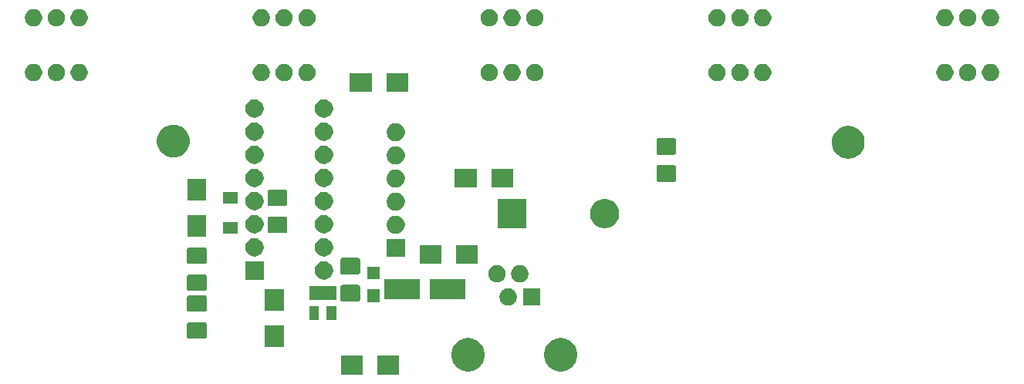
<source format=gbr>
G04 #@! TF.GenerationSoftware,KiCad,Pcbnew,5.1.5-52549c5~84~ubuntu19.10.1*
G04 #@! TF.CreationDate,2020-01-22T18:49:14-06:00*
G04 #@! TF.ProjectId,Timer,54696d65-722e-46b6-9963-61645f706362,rev?*
G04 #@! TF.SameCoordinates,PX93be440PYaa38e78*
G04 #@! TF.FileFunction,Soldermask,Top*
G04 #@! TF.FilePolarity,Negative*
%FSLAX46Y46*%
G04 Gerber Fmt 4.6, Leading zero omitted, Abs format (unit mm)*
G04 Created by KiCad (PCBNEW 5.1.5-52549c5~84~ubuntu19.10.1) date 2020-01-22 18:49:14*
%MOMM*%
%LPD*%
G04 APERTURE LIST*
%ADD10C,0.100000*%
G04 APERTURE END LIST*
D10*
G36*
X-67300000Y2450000D02*
G01*
X-69700000Y2450000D01*
X-69700000Y4550000D01*
X-67300000Y4550000D01*
X-67300000Y2450000D01*
G37*
G36*
X-71300000Y2450000D02*
G01*
X-73700000Y2450000D01*
X-73700000Y4550000D01*
X-71300000Y4550000D01*
X-71300000Y2450000D01*
G37*
G36*
X-59497050Y6420439D02*
G01*
X-59217667Y6364866D01*
X-59080096Y6307882D01*
X-58885540Y6227295D01*
X-58586631Y6027570D01*
X-58332430Y5773369D01*
X-58132705Y5474460D01*
X-57995134Y5142332D01*
X-57925000Y4789748D01*
X-57925000Y4430252D01*
X-57995134Y4077668D01*
X-58132705Y3745540D01*
X-58332430Y3446631D01*
X-58586631Y3192430D01*
X-58885540Y2992705D01*
X-59080096Y2912118D01*
X-59217667Y2855134D01*
X-59393960Y2820067D01*
X-59570252Y2785000D01*
X-59929748Y2785000D01*
X-60106040Y2820067D01*
X-60282333Y2855134D01*
X-60419904Y2912118D01*
X-60614460Y2992705D01*
X-60913369Y3192430D01*
X-61167570Y3446631D01*
X-61367295Y3745540D01*
X-61504866Y4077668D01*
X-61575000Y4430252D01*
X-61575000Y4789748D01*
X-61504866Y5142332D01*
X-61367295Y5474460D01*
X-61167570Y5773369D01*
X-60913369Y6027570D01*
X-60614460Y6227295D01*
X-60419904Y6307882D01*
X-60282333Y6364866D01*
X-60002950Y6420439D01*
X-59929748Y6435000D01*
X-59570252Y6435000D01*
X-59497050Y6420439D01*
G37*
G36*
X-49337050Y6420439D02*
G01*
X-49057667Y6364866D01*
X-48920096Y6307882D01*
X-48725540Y6227295D01*
X-48426631Y6027570D01*
X-48172430Y5773369D01*
X-47972705Y5474460D01*
X-47835134Y5142332D01*
X-47765000Y4789748D01*
X-47765000Y4430252D01*
X-47835134Y4077668D01*
X-47972705Y3745540D01*
X-48172430Y3446631D01*
X-48426631Y3192430D01*
X-48725540Y2992705D01*
X-48920096Y2912118D01*
X-49057667Y2855134D01*
X-49233960Y2820067D01*
X-49410252Y2785000D01*
X-49769748Y2785000D01*
X-49946040Y2820067D01*
X-50122333Y2855134D01*
X-50259904Y2912118D01*
X-50454460Y2992705D01*
X-50753369Y3192430D01*
X-51007570Y3446631D01*
X-51207295Y3745540D01*
X-51344866Y4077668D01*
X-51415000Y4430252D01*
X-51415000Y4789748D01*
X-51344866Y5142332D01*
X-51207295Y5474460D01*
X-51007570Y5773369D01*
X-50753369Y6027570D01*
X-50454460Y6227295D01*
X-50259904Y6307882D01*
X-50122333Y6364866D01*
X-49842950Y6420439D01*
X-49769748Y6435000D01*
X-49410252Y6435000D01*
X-49337050Y6420439D01*
G37*
G36*
X-79976000Y5436000D02*
G01*
X-82076000Y5436000D01*
X-82076000Y7836000D01*
X-79976000Y7836000D01*
X-79976000Y5436000D01*
G37*
G36*
X-88617519Y8169814D02*
G01*
X-88572795Y8156246D01*
X-88531570Y8134211D01*
X-88495439Y8104561D01*
X-88465789Y8068430D01*
X-88443754Y8027205D01*
X-88430186Y7982481D01*
X-88425000Y7929824D01*
X-88425000Y6595176D01*
X-88430186Y6542519D01*
X-88443754Y6497795D01*
X-88465789Y6456570D01*
X-88495439Y6420439D01*
X-88531570Y6390789D01*
X-88572795Y6368754D01*
X-88617519Y6355186D01*
X-88670176Y6350000D01*
X-90329824Y6350000D01*
X-90382481Y6355186D01*
X-90427205Y6368754D01*
X-90468430Y6390789D01*
X-90504561Y6420439D01*
X-90534211Y6456570D01*
X-90556246Y6497795D01*
X-90569814Y6542519D01*
X-90575000Y6595176D01*
X-90575000Y7929824D01*
X-90569814Y7982481D01*
X-90556246Y8027205D01*
X-90534211Y8068430D01*
X-90504561Y8104561D01*
X-90468430Y8134211D01*
X-90427205Y8156246D01*
X-90382481Y8169814D01*
X-90329824Y8175000D01*
X-88670176Y8175000D01*
X-88617519Y8169814D01*
G37*
G36*
X-76117000Y8457000D02*
G01*
X-77167000Y8457000D01*
X-77167000Y9917000D01*
X-76117000Y9917000D01*
X-76117000Y8457000D01*
G37*
G36*
X-74217000Y8457000D02*
G01*
X-75267000Y8457000D01*
X-75267000Y9917000D01*
X-74217000Y9917000D01*
X-74217000Y8457000D01*
G37*
G36*
X-88617519Y11144814D02*
G01*
X-88572795Y11131246D01*
X-88531570Y11109211D01*
X-88495439Y11079561D01*
X-88465789Y11043430D01*
X-88443754Y11002205D01*
X-88430186Y10957481D01*
X-88425000Y10904824D01*
X-88425000Y9570176D01*
X-88430186Y9517519D01*
X-88443754Y9472795D01*
X-88465789Y9431570D01*
X-88495439Y9395439D01*
X-88531570Y9365789D01*
X-88572795Y9343754D01*
X-88617519Y9330186D01*
X-88670176Y9325000D01*
X-90329824Y9325000D01*
X-90382481Y9330186D01*
X-90427205Y9343754D01*
X-90468430Y9365789D01*
X-90504561Y9395439D01*
X-90534211Y9431570D01*
X-90556246Y9472795D01*
X-90569814Y9517519D01*
X-90575000Y9570176D01*
X-90575000Y10904824D01*
X-90569814Y10957481D01*
X-90556246Y11002205D01*
X-90534211Y11043430D01*
X-90504561Y11079561D01*
X-90468430Y11109211D01*
X-90427205Y11131246D01*
X-90382481Y11144814D01*
X-90329824Y11150000D01*
X-88670176Y11150000D01*
X-88617519Y11144814D01*
G37*
G36*
X-79976000Y9436000D02*
G01*
X-82076000Y9436000D01*
X-82076000Y11836000D01*
X-79976000Y11836000D01*
X-79976000Y9436000D01*
G37*
G36*
X-51810000Y10000000D02*
G01*
X-53730000Y10000000D01*
X-53730000Y11920000D01*
X-51810000Y11920000D01*
X-51810000Y10000000D01*
G37*
G36*
X-55152713Y11901554D02*
G01*
X-55059978Y11883108D01*
X-54885269Y11810741D01*
X-54791064Y11747795D01*
X-54728036Y11705681D01*
X-54594319Y11571964D01*
X-54489258Y11414729D01*
X-54416892Y11240021D01*
X-54384974Y11079561D01*
X-54380000Y11054552D01*
X-54380000Y10865448D01*
X-54416892Y10679978D01*
X-54489259Y10505269D01*
X-54594319Y10348036D01*
X-54728036Y10214319D01*
X-54885269Y10109259D01*
X-55059978Y10036892D01*
X-55152713Y10018446D01*
X-55245447Y10000000D01*
X-55434553Y10000000D01*
X-55527287Y10018446D01*
X-55620022Y10036892D01*
X-55794731Y10109259D01*
X-55951964Y10214319D01*
X-56085681Y10348036D01*
X-56190741Y10505269D01*
X-56263108Y10679978D01*
X-56300000Y10865448D01*
X-56300000Y11054552D01*
X-56295025Y11079561D01*
X-56263108Y11240021D01*
X-56190742Y11414729D01*
X-56085681Y11571964D01*
X-55951964Y11705681D01*
X-55888936Y11747795D01*
X-55794731Y11810741D01*
X-55620022Y11883108D01*
X-55527287Y11901554D01*
X-55434553Y11920000D01*
X-55245447Y11920000D01*
X-55152713Y11901554D01*
G37*
G36*
X-69404000Y10369000D02*
G01*
X-70804000Y10369000D01*
X-70804000Y11769000D01*
X-69404000Y11769000D01*
X-69404000Y10369000D01*
G37*
G36*
X-71787519Y12272814D02*
G01*
X-71742795Y12259246D01*
X-71701570Y12237211D01*
X-71665439Y12207561D01*
X-71635789Y12171430D01*
X-71613754Y12130205D01*
X-71600186Y12085481D01*
X-71595000Y12032824D01*
X-71595000Y10698176D01*
X-71600186Y10645519D01*
X-71613754Y10600795D01*
X-71635789Y10559570D01*
X-71665439Y10523439D01*
X-71701570Y10493789D01*
X-71742795Y10471754D01*
X-71787519Y10458186D01*
X-71840176Y10453000D01*
X-73499824Y10453000D01*
X-73552481Y10458186D01*
X-73597205Y10471754D01*
X-73638430Y10493789D01*
X-73674561Y10523439D01*
X-73704211Y10559570D01*
X-73726246Y10600795D01*
X-73739814Y10645519D01*
X-73745000Y10698176D01*
X-73745000Y12032824D01*
X-73739814Y12085481D01*
X-73726246Y12130205D01*
X-73704211Y12171430D01*
X-73674561Y12207561D01*
X-73638430Y12237211D01*
X-73597205Y12259246D01*
X-73552481Y12272814D01*
X-73499824Y12278000D01*
X-71840176Y12278000D01*
X-71787519Y12272814D01*
G37*
G36*
X-74217000Y10657000D02*
G01*
X-77167000Y10657000D01*
X-77167000Y12117000D01*
X-74217000Y12117000D01*
X-74217000Y10657000D01*
G37*
G36*
X-60066000Y10711000D02*
G01*
X-63966000Y10711000D01*
X-63966000Y12911000D01*
X-60066000Y12911000D01*
X-60066000Y10711000D01*
G37*
G36*
X-65066000Y10711000D02*
G01*
X-68966000Y10711000D01*
X-68966000Y12911000D01*
X-65066000Y12911000D01*
X-65066000Y10711000D01*
G37*
G36*
X-88617519Y13419814D02*
G01*
X-88572795Y13406246D01*
X-88531570Y13384211D01*
X-88495439Y13354561D01*
X-88465789Y13318430D01*
X-88443754Y13277205D01*
X-88430186Y13232481D01*
X-88425000Y13179824D01*
X-88425000Y11845176D01*
X-88430186Y11792519D01*
X-88443754Y11747795D01*
X-88465789Y11706570D01*
X-88495439Y11670439D01*
X-88531570Y11640789D01*
X-88572795Y11618754D01*
X-88617519Y11605186D01*
X-88670176Y11600000D01*
X-90329824Y11600000D01*
X-90382481Y11605186D01*
X-90427205Y11618754D01*
X-90468430Y11640789D01*
X-90504561Y11670439D01*
X-90534211Y11706570D01*
X-90556246Y11747795D01*
X-90569814Y11792519D01*
X-90575000Y11845176D01*
X-90575000Y13179824D01*
X-90569814Y13232481D01*
X-90556246Y13277205D01*
X-90534211Y13318430D01*
X-90504561Y13354561D01*
X-90468430Y13384211D01*
X-90427205Y13406246D01*
X-90382481Y13419814D01*
X-90329824Y13425000D01*
X-88670176Y13425000D01*
X-88617519Y13419814D01*
G37*
G36*
X-53882713Y14441554D02*
G01*
X-53789978Y14423108D01*
X-53615269Y14350741D01*
X-53458036Y14245681D01*
X-53324319Y14111964D01*
X-53219259Y13954731D01*
X-53146892Y13780022D01*
X-53110000Y13594552D01*
X-53110000Y13405448D01*
X-53146892Y13219978D01*
X-53219259Y13045269D01*
X-53324319Y12888036D01*
X-53458036Y12754319D01*
X-53615269Y12649259D01*
X-53789978Y12576892D01*
X-53882713Y12558446D01*
X-53975447Y12540000D01*
X-54164553Y12540000D01*
X-54257287Y12558446D01*
X-54350022Y12576892D01*
X-54524731Y12649259D01*
X-54681964Y12754319D01*
X-54815681Y12888036D01*
X-54920741Y13045269D01*
X-54993108Y13219978D01*
X-55030000Y13405448D01*
X-55030000Y13594552D01*
X-54993108Y13780022D01*
X-54920741Y13954731D01*
X-54815681Y14111964D01*
X-54681964Y14245681D01*
X-54524731Y14350741D01*
X-54350022Y14423108D01*
X-54257287Y14441554D01*
X-54164553Y14460000D01*
X-53975447Y14460000D01*
X-53882713Y14441554D01*
G37*
G36*
X-56392713Y14441554D02*
G01*
X-56299978Y14423108D01*
X-56125269Y14350741D01*
X-55968036Y14245681D01*
X-55834319Y14111964D01*
X-55729259Y13954731D01*
X-55656892Y13780022D01*
X-55620000Y13594552D01*
X-55620000Y13405448D01*
X-55656892Y13219978D01*
X-55729259Y13045269D01*
X-55834319Y12888036D01*
X-55968036Y12754319D01*
X-56125269Y12649259D01*
X-56299978Y12576892D01*
X-56392713Y12558446D01*
X-56485447Y12540000D01*
X-56674553Y12540000D01*
X-56767287Y12558446D01*
X-56860022Y12576892D01*
X-57034731Y12649259D01*
X-57191964Y12754319D01*
X-57325681Y12888036D01*
X-57430741Y13045269D01*
X-57503108Y13219978D01*
X-57540000Y13405448D01*
X-57540000Y13594552D01*
X-57503108Y13780022D01*
X-57430741Y13954731D01*
X-57325681Y14111964D01*
X-57191964Y14245681D01*
X-57034731Y14350741D01*
X-56860022Y14423108D01*
X-56767287Y14441554D01*
X-56674553Y14460000D01*
X-56485447Y14460000D01*
X-56392713Y14441554D01*
G37*
G36*
X-75349518Y14832713D02*
G01*
X-75258311Y14814571D01*
X-75076322Y14739189D01*
X-74912537Y14629751D01*
X-74773249Y14490463D01*
X-74663811Y14326678D01*
X-74588429Y14144689D01*
X-74588429Y14144688D01*
X-74550000Y13951493D01*
X-74550000Y13754507D01*
X-74563684Y13685713D01*
X-74588429Y13561311D01*
X-74663811Y13379322D01*
X-74773249Y13215537D01*
X-74912537Y13076249D01*
X-75076322Y12966811D01*
X-75258311Y12891429D01*
X-75322710Y12878619D01*
X-75451507Y12853000D01*
X-75648493Y12853000D01*
X-75777290Y12878619D01*
X-75841689Y12891429D01*
X-76023678Y12966811D01*
X-76187463Y13076249D01*
X-76326751Y13215537D01*
X-76436189Y13379322D01*
X-76511571Y13561311D01*
X-76536316Y13685713D01*
X-76550000Y13754507D01*
X-76550000Y13951493D01*
X-76511571Y14144688D01*
X-76511571Y14144689D01*
X-76436189Y14326678D01*
X-76326751Y14490463D01*
X-76187463Y14629751D01*
X-76023678Y14739189D01*
X-75841689Y14814571D01*
X-75750482Y14832713D01*
X-75648493Y14853000D01*
X-75451507Y14853000D01*
X-75349518Y14832713D01*
G37*
G36*
X-82170000Y12853000D02*
G01*
X-84170000Y12853000D01*
X-84170000Y14853000D01*
X-82170000Y14853000D01*
X-82170000Y12853000D01*
G37*
G36*
X-69404000Y12869000D02*
G01*
X-70804000Y12869000D01*
X-70804000Y14269000D01*
X-69404000Y14269000D01*
X-69404000Y12869000D01*
G37*
G36*
X-71787519Y15247814D02*
G01*
X-71742795Y15234246D01*
X-71701570Y15212211D01*
X-71665439Y15182561D01*
X-71635789Y15146430D01*
X-71613754Y15105205D01*
X-71600186Y15060481D01*
X-71595000Y15007824D01*
X-71595000Y13673176D01*
X-71600186Y13620519D01*
X-71613754Y13575795D01*
X-71635789Y13534570D01*
X-71665439Y13498439D01*
X-71701570Y13468789D01*
X-71742795Y13446754D01*
X-71787519Y13433186D01*
X-71840176Y13428000D01*
X-73499824Y13428000D01*
X-73552481Y13433186D01*
X-73597205Y13446754D01*
X-73638430Y13468789D01*
X-73674561Y13498439D01*
X-73704211Y13534570D01*
X-73726246Y13575795D01*
X-73739814Y13620519D01*
X-73745000Y13673176D01*
X-73745000Y15007824D01*
X-73739814Y15060481D01*
X-73726246Y15105205D01*
X-73704211Y15146430D01*
X-73674561Y15182561D01*
X-73638430Y15212211D01*
X-73597205Y15234246D01*
X-73552481Y15247814D01*
X-73499824Y15253000D01*
X-71840176Y15253000D01*
X-71787519Y15247814D01*
G37*
G36*
X-58649000Y14571000D02*
G01*
X-61049000Y14571000D01*
X-61049000Y16671000D01*
X-58649000Y16671000D01*
X-58649000Y14571000D01*
G37*
G36*
X-62649000Y14571000D02*
G01*
X-65049000Y14571000D01*
X-65049000Y16671000D01*
X-62649000Y16671000D01*
X-62649000Y14571000D01*
G37*
G36*
X-88617519Y16394814D02*
G01*
X-88572795Y16381246D01*
X-88531570Y16359211D01*
X-88495439Y16329561D01*
X-88465789Y16293430D01*
X-88443754Y16252205D01*
X-88430186Y16207481D01*
X-88425000Y16154824D01*
X-88425000Y14820176D01*
X-88430186Y14767519D01*
X-88443754Y14722795D01*
X-88465789Y14681570D01*
X-88495439Y14645439D01*
X-88531570Y14615789D01*
X-88572795Y14593754D01*
X-88617519Y14580186D01*
X-88670176Y14575000D01*
X-90329824Y14575000D01*
X-90382481Y14580186D01*
X-90427205Y14593754D01*
X-90468430Y14615789D01*
X-90504561Y14645439D01*
X-90534211Y14681570D01*
X-90556246Y14722795D01*
X-90569814Y14767519D01*
X-90575000Y14820176D01*
X-90575000Y16154824D01*
X-90569814Y16207481D01*
X-90556246Y16252205D01*
X-90534211Y16293430D01*
X-90504561Y16329561D01*
X-90468430Y16359211D01*
X-90427205Y16381246D01*
X-90382481Y16394814D01*
X-90329824Y16400000D01*
X-88670176Y16400000D01*
X-88617519Y16394814D01*
G37*
G36*
X-66670000Y15353000D02*
G01*
X-68670000Y15353000D01*
X-68670000Y17353000D01*
X-66670000Y17353000D01*
X-66670000Y15353000D01*
G37*
G36*
X-75322710Y17367381D02*
G01*
X-75258311Y17354571D01*
X-75076322Y17279189D01*
X-74912537Y17169751D01*
X-74773249Y17030463D01*
X-74663811Y16866678D01*
X-74588429Y16684689D01*
X-74588429Y16684688D01*
X-74550000Y16491493D01*
X-74550000Y16294507D01*
X-74567311Y16207481D01*
X-74588429Y16101311D01*
X-74663811Y15919322D01*
X-74773249Y15755537D01*
X-74912537Y15616249D01*
X-75076322Y15506811D01*
X-75258311Y15431429D01*
X-75322710Y15418619D01*
X-75451507Y15393000D01*
X-75648493Y15393000D01*
X-75777290Y15418619D01*
X-75841689Y15431429D01*
X-76023678Y15506811D01*
X-76187463Y15616249D01*
X-76326751Y15755537D01*
X-76436189Y15919322D01*
X-76511571Y16101311D01*
X-76532689Y16207481D01*
X-76550000Y16294507D01*
X-76550000Y16491493D01*
X-76511571Y16684688D01*
X-76511571Y16684689D01*
X-76436189Y16866678D01*
X-76326751Y17030463D01*
X-76187463Y17169751D01*
X-76023678Y17279189D01*
X-75841689Y17354571D01*
X-75777290Y17367381D01*
X-75648493Y17393000D01*
X-75451507Y17393000D01*
X-75322710Y17367381D01*
G37*
G36*
X-82942710Y17367381D02*
G01*
X-82878311Y17354571D01*
X-82696322Y17279189D01*
X-82532537Y17169751D01*
X-82393249Y17030463D01*
X-82283811Y16866678D01*
X-82208429Y16684689D01*
X-82208429Y16684688D01*
X-82170000Y16491493D01*
X-82170000Y16294507D01*
X-82187311Y16207481D01*
X-82208429Y16101311D01*
X-82283811Y15919322D01*
X-82393249Y15755537D01*
X-82532537Y15616249D01*
X-82696322Y15506811D01*
X-82878311Y15431429D01*
X-82942710Y15418619D01*
X-83071507Y15393000D01*
X-83268493Y15393000D01*
X-83397290Y15418619D01*
X-83461689Y15431429D01*
X-83643678Y15506811D01*
X-83807463Y15616249D01*
X-83946751Y15755537D01*
X-84056189Y15919322D01*
X-84131571Y16101311D01*
X-84152689Y16207481D01*
X-84170000Y16294507D01*
X-84170000Y16491493D01*
X-84131571Y16684688D01*
X-84131571Y16684689D01*
X-84056189Y16866678D01*
X-83946751Y17030463D01*
X-83807463Y17169751D01*
X-83643678Y17279189D01*
X-83461689Y17354571D01*
X-83397290Y17367381D01*
X-83268493Y17393000D01*
X-83071507Y17393000D01*
X-82942710Y17367381D01*
G37*
G36*
X-88450000Y17550000D02*
G01*
X-90550000Y17550000D01*
X-90550000Y19950000D01*
X-88450000Y19950000D01*
X-88450000Y17550000D01*
G37*
G36*
X-67442710Y19867381D02*
G01*
X-67378311Y19854571D01*
X-67196322Y19779189D01*
X-67032537Y19669751D01*
X-66893249Y19530463D01*
X-66783811Y19366678D01*
X-66708429Y19184689D01*
X-66670000Y18991491D01*
X-66670000Y18794509D01*
X-66708429Y18601311D01*
X-66783811Y18419322D01*
X-66893249Y18255537D01*
X-67032537Y18116249D01*
X-67196322Y18006811D01*
X-67378311Y17931429D01*
X-67442710Y17918619D01*
X-67571507Y17893000D01*
X-67768493Y17893000D01*
X-67897290Y17918619D01*
X-67961689Y17931429D01*
X-68143678Y18006811D01*
X-68307463Y18116249D01*
X-68446751Y18255537D01*
X-68556189Y18419322D01*
X-68631571Y18601311D01*
X-68670000Y18794509D01*
X-68670000Y18991491D01*
X-68631571Y19184689D01*
X-68556189Y19366678D01*
X-68446751Y19530463D01*
X-68307463Y19669751D01*
X-68143678Y19779189D01*
X-67961689Y19854571D01*
X-67897290Y19867381D01*
X-67768493Y19893000D01*
X-67571507Y19893000D01*
X-67442710Y19867381D01*
G37*
G36*
X-85052000Y17893000D02*
G01*
X-86652000Y17893000D01*
X-86652000Y19193000D01*
X-85052000Y19193000D01*
X-85052000Y17893000D01*
G37*
G36*
X-75322710Y19907381D02*
G01*
X-75258311Y19894571D01*
X-75076322Y19819189D01*
X-74912537Y19709751D01*
X-74773249Y19570463D01*
X-74663811Y19406678D01*
X-74588429Y19224689D01*
X-74588429Y19224688D01*
X-74560257Y19083060D01*
X-74550000Y19031491D01*
X-74550000Y18834509D01*
X-74588429Y18641311D01*
X-74663811Y18459322D01*
X-74773249Y18295537D01*
X-74912537Y18156249D01*
X-75076322Y18046811D01*
X-75258311Y17971429D01*
X-75320032Y17959152D01*
X-75451507Y17933000D01*
X-75648493Y17933000D01*
X-75779968Y17959152D01*
X-75841689Y17971429D01*
X-76023678Y18046811D01*
X-76187463Y18156249D01*
X-76326751Y18295537D01*
X-76436189Y18459322D01*
X-76511571Y18641311D01*
X-76550000Y18834509D01*
X-76550000Y19031491D01*
X-76539742Y19083060D01*
X-76511571Y19224688D01*
X-76511571Y19224689D01*
X-76436189Y19406678D01*
X-76326751Y19570463D01*
X-76187463Y19709751D01*
X-76023678Y19819189D01*
X-75841689Y19894571D01*
X-75777290Y19907381D01*
X-75648493Y19933000D01*
X-75451507Y19933000D01*
X-75322710Y19907381D01*
G37*
G36*
X-82942710Y19907381D02*
G01*
X-82878311Y19894571D01*
X-82696322Y19819189D01*
X-82532537Y19709751D01*
X-82393249Y19570463D01*
X-82283811Y19406678D01*
X-82208429Y19224689D01*
X-82208429Y19224688D01*
X-82180257Y19083060D01*
X-82170000Y19031491D01*
X-82170000Y18834509D01*
X-82208429Y18641311D01*
X-82283811Y18459322D01*
X-82393249Y18295537D01*
X-82532537Y18156249D01*
X-82696322Y18046811D01*
X-82878311Y17971429D01*
X-82940032Y17959152D01*
X-83071507Y17933000D01*
X-83268493Y17933000D01*
X-83399968Y17959152D01*
X-83461689Y17971429D01*
X-83643678Y18046811D01*
X-83807463Y18156249D01*
X-83946751Y18295537D01*
X-84056189Y18459322D01*
X-84131571Y18641311D01*
X-84170000Y18834509D01*
X-84170000Y19031491D01*
X-84159742Y19083060D01*
X-84131571Y19224688D01*
X-84131571Y19224689D01*
X-84056189Y19406678D01*
X-83946751Y19570463D01*
X-83807463Y19709751D01*
X-83643678Y19819189D01*
X-83461689Y19894571D01*
X-83397290Y19907381D01*
X-83268493Y19933000D01*
X-83071507Y19933000D01*
X-82942710Y19907381D01*
G37*
G36*
X-79787519Y19772814D02*
G01*
X-79742795Y19759246D01*
X-79701570Y19737211D01*
X-79665439Y19707561D01*
X-79635789Y19671430D01*
X-79613754Y19630205D01*
X-79600186Y19585481D01*
X-79595000Y19532824D01*
X-79595000Y18198176D01*
X-79600186Y18145519D01*
X-79613754Y18100795D01*
X-79635789Y18059570D01*
X-79665439Y18023439D01*
X-79701570Y17993789D01*
X-79742795Y17971754D01*
X-79787519Y17958186D01*
X-79840176Y17953000D01*
X-81499824Y17953000D01*
X-81552481Y17958186D01*
X-81597205Y17971754D01*
X-81638430Y17993789D01*
X-81674561Y18023439D01*
X-81704211Y18059570D01*
X-81726246Y18100795D01*
X-81739814Y18145519D01*
X-81745000Y18198176D01*
X-81745000Y19532824D01*
X-81739814Y19585481D01*
X-81726246Y19630205D01*
X-81704211Y19671430D01*
X-81674561Y19707561D01*
X-81638430Y19737211D01*
X-81597205Y19759246D01*
X-81552481Y19772814D01*
X-81499824Y19778000D01*
X-79840176Y19778000D01*
X-79787519Y19772814D01*
G37*
G36*
X-53320000Y18503000D02*
G01*
X-56520000Y18503000D01*
X-56520000Y21703000D01*
X-53320000Y21703000D01*
X-53320000Y18503000D01*
G37*
G36*
X-44293297Y21641514D02*
G01*
X-44002117Y21520903D01*
X-43740060Y21345802D01*
X-43517198Y21122940D01*
X-43342097Y20860883D01*
X-43221486Y20569703D01*
X-43160000Y20260588D01*
X-43160000Y19945412D01*
X-43221486Y19636297D01*
X-43342097Y19345117D01*
X-43517198Y19083060D01*
X-43740060Y18860198D01*
X-44002117Y18685097D01*
X-44293297Y18564486D01*
X-44602412Y18503000D01*
X-44917588Y18503000D01*
X-45226703Y18564486D01*
X-45517883Y18685097D01*
X-45779940Y18860198D01*
X-46002802Y19083060D01*
X-46177903Y19345117D01*
X-46298514Y19636297D01*
X-46360000Y19945412D01*
X-46360000Y20260588D01*
X-46298514Y20569703D01*
X-46177903Y20860883D01*
X-46002802Y21122940D01*
X-45779940Y21345802D01*
X-45517883Y21520903D01*
X-45226703Y21641514D01*
X-44917588Y21703000D01*
X-44602412Y21703000D01*
X-44293297Y21641514D01*
G37*
G36*
X-67442710Y22407381D02*
G01*
X-67378311Y22394571D01*
X-67196322Y22319189D01*
X-67032537Y22209751D01*
X-66893249Y22070463D01*
X-66783811Y21906678D01*
X-66708429Y21724689D01*
X-66708429Y21724688D01*
X-66673681Y21550000D01*
X-66670000Y21531491D01*
X-66670000Y21334509D01*
X-66708429Y21141311D01*
X-66783811Y20959322D01*
X-66893249Y20795537D01*
X-67032537Y20656249D01*
X-67196322Y20546811D01*
X-67378311Y20471429D01*
X-67442710Y20458619D01*
X-67571507Y20433000D01*
X-67768493Y20433000D01*
X-67897290Y20458619D01*
X-67961689Y20471429D01*
X-68143678Y20546811D01*
X-68307463Y20656249D01*
X-68446751Y20795537D01*
X-68556189Y20959322D01*
X-68631571Y21141311D01*
X-68670000Y21334509D01*
X-68670000Y21531491D01*
X-68666318Y21550000D01*
X-68631571Y21724688D01*
X-68631571Y21724689D01*
X-68556189Y21906678D01*
X-68446751Y22070463D01*
X-68307463Y22209751D01*
X-68143678Y22319189D01*
X-67961689Y22394571D01*
X-67897290Y22407381D01*
X-67768493Y22433000D01*
X-67571507Y22433000D01*
X-67442710Y22407381D01*
G37*
G36*
X-82942710Y22447381D02*
G01*
X-82878311Y22434571D01*
X-82696322Y22359189D01*
X-82532537Y22249751D01*
X-82393249Y22110463D01*
X-82283811Y21946678D01*
X-82208429Y21764689D01*
X-82170000Y21571491D01*
X-82170000Y21374509D01*
X-82208429Y21181311D01*
X-82283811Y20999322D01*
X-82393249Y20835537D01*
X-82532537Y20696249D01*
X-82696322Y20586811D01*
X-82878311Y20511429D01*
X-82942710Y20498619D01*
X-83071507Y20473000D01*
X-83268493Y20473000D01*
X-83397290Y20498619D01*
X-83461689Y20511429D01*
X-83643678Y20586811D01*
X-83807463Y20696249D01*
X-83946751Y20835537D01*
X-84056189Y20999322D01*
X-84131571Y21181311D01*
X-84170000Y21374509D01*
X-84170000Y21571491D01*
X-84131571Y21764689D01*
X-84056189Y21946678D01*
X-83946751Y22110463D01*
X-83807463Y22249751D01*
X-83643678Y22359189D01*
X-83461689Y22434571D01*
X-83397290Y22447381D01*
X-83268493Y22473000D01*
X-83071507Y22473000D01*
X-82942710Y22447381D01*
G37*
G36*
X-75322710Y22447381D02*
G01*
X-75258311Y22434571D01*
X-75076322Y22359189D01*
X-74912537Y22249751D01*
X-74773249Y22110463D01*
X-74663811Y21946678D01*
X-74588429Y21764689D01*
X-74550000Y21571491D01*
X-74550000Y21374509D01*
X-74588429Y21181311D01*
X-74663811Y20999322D01*
X-74773249Y20835537D01*
X-74912537Y20696249D01*
X-75076322Y20586811D01*
X-75258311Y20511429D01*
X-75322710Y20498619D01*
X-75451507Y20473000D01*
X-75648493Y20473000D01*
X-75777290Y20498619D01*
X-75841689Y20511429D01*
X-76023678Y20586811D01*
X-76187463Y20696249D01*
X-76326751Y20835537D01*
X-76436189Y20999322D01*
X-76511571Y21181311D01*
X-76550000Y21374509D01*
X-76550000Y21571491D01*
X-76511571Y21764689D01*
X-76436189Y21946678D01*
X-76326751Y22110463D01*
X-76187463Y22249751D01*
X-76023678Y22359189D01*
X-75841689Y22434571D01*
X-75777290Y22447381D01*
X-75648493Y22473000D01*
X-75451507Y22473000D01*
X-75322710Y22447381D01*
G37*
G36*
X-79787519Y22747814D02*
G01*
X-79742795Y22734246D01*
X-79701570Y22712211D01*
X-79665439Y22682561D01*
X-79635789Y22646430D01*
X-79613754Y22605205D01*
X-79600186Y22560481D01*
X-79595000Y22507824D01*
X-79595000Y21173176D01*
X-79600186Y21120519D01*
X-79613754Y21075795D01*
X-79635789Y21034570D01*
X-79665439Y20998439D01*
X-79701570Y20968789D01*
X-79742795Y20946754D01*
X-79787519Y20933186D01*
X-79840176Y20928000D01*
X-81499824Y20928000D01*
X-81552481Y20933186D01*
X-81597205Y20946754D01*
X-81638430Y20968789D01*
X-81674561Y20998439D01*
X-81704211Y21034570D01*
X-81726246Y21075795D01*
X-81739814Y21120519D01*
X-81745000Y21173176D01*
X-81745000Y22507824D01*
X-81739814Y22560481D01*
X-81726246Y22605205D01*
X-81704211Y22646430D01*
X-81674561Y22682561D01*
X-81638430Y22712211D01*
X-81597205Y22734246D01*
X-81552481Y22747814D01*
X-81499824Y22753000D01*
X-79840176Y22753000D01*
X-79787519Y22747814D01*
G37*
G36*
X-85052000Y21193000D02*
G01*
X-86652000Y21193000D01*
X-86652000Y22493000D01*
X-85052000Y22493000D01*
X-85052000Y21193000D01*
G37*
G36*
X-88450000Y21550000D02*
G01*
X-90550000Y21550000D01*
X-90550000Y23950000D01*
X-88450000Y23950000D01*
X-88450000Y21550000D01*
G37*
G36*
X-58800000Y22950000D02*
G01*
X-61200000Y22950000D01*
X-61200000Y25050000D01*
X-58800000Y25050000D01*
X-58800000Y22950000D01*
G37*
G36*
X-54800000Y22950000D02*
G01*
X-57200000Y22950000D01*
X-57200000Y25050000D01*
X-54800000Y25050000D01*
X-54800000Y22950000D01*
G37*
G36*
X-67442710Y24947381D02*
G01*
X-67378311Y24934571D01*
X-67196322Y24859189D01*
X-67032537Y24749751D01*
X-66893249Y24610463D01*
X-66783811Y24446678D01*
X-66708429Y24264689D01*
X-66708429Y24264688D01*
X-66670000Y24071493D01*
X-66670000Y23874507D01*
X-66695205Y23747795D01*
X-66708429Y23681311D01*
X-66783811Y23499322D01*
X-66893249Y23335537D01*
X-67032537Y23196249D01*
X-67196322Y23086811D01*
X-67378311Y23011429D01*
X-67442710Y22998619D01*
X-67571507Y22973000D01*
X-67768493Y22973000D01*
X-67897290Y22998619D01*
X-67961689Y23011429D01*
X-68143678Y23086811D01*
X-68307463Y23196249D01*
X-68446751Y23335537D01*
X-68556189Y23499322D01*
X-68631571Y23681311D01*
X-68644795Y23747795D01*
X-68670000Y23874507D01*
X-68670000Y24071493D01*
X-68631571Y24264688D01*
X-68631571Y24264689D01*
X-68556189Y24446678D01*
X-68446751Y24610463D01*
X-68307463Y24749751D01*
X-68143678Y24859189D01*
X-67961689Y24934571D01*
X-67897290Y24947381D01*
X-67768493Y24973000D01*
X-67571507Y24973000D01*
X-67442710Y24947381D01*
G37*
G36*
X-75322710Y24987381D02*
G01*
X-75258311Y24974571D01*
X-75076322Y24899189D01*
X-74912537Y24789751D01*
X-74773249Y24650463D01*
X-74663811Y24486678D01*
X-74588429Y24304689D01*
X-74550000Y24111491D01*
X-74550000Y23914509D01*
X-74588429Y23721311D01*
X-74663811Y23539322D01*
X-74773249Y23375537D01*
X-74912537Y23236249D01*
X-75076322Y23126811D01*
X-75258311Y23051429D01*
X-75322710Y23038619D01*
X-75451507Y23013000D01*
X-75648493Y23013000D01*
X-75777290Y23038619D01*
X-75841689Y23051429D01*
X-76023678Y23126811D01*
X-76187463Y23236249D01*
X-76326751Y23375537D01*
X-76436189Y23539322D01*
X-76511571Y23721311D01*
X-76550000Y23914509D01*
X-76550000Y24111491D01*
X-76511571Y24304689D01*
X-76436189Y24486678D01*
X-76326751Y24650463D01*
X-76187463Y24789751D01*
X-76023678Y24899189D01*
X-75841689Y24974571D01*
X-75777290Y24987381D01*
X-75648493Y25013000D01*
X-75451507Y25013000D01*
X-75322710Y24987381D01*
G37*
G36*
X-82942710Y24987381D02*
G01*
X-82878311Y24974571D01*
X-82696322Y24899189D01*
X-82532537Y24789751D01*
X-82393249Y24650463D01*
X-82283811Y24486678D01*
X-82208429Y24304689D01*
X-82170000Y24111491D01*
X-82170000Y23914509D01*
X-82208429Y23721311D01*
X-82283811Y23539322D01*
X-82393249Y23375537D01*
X-82532537Y23236249D01*
X-82696322Y23126811D01*
X-82878311Y23051429D01*
X-82942710Y23038619D01*
X-83071507Y23013000D01*
X-83268493Y23013000D01*
X-83397290Y23038619D01*
X-83461689Y23051429D01*
X-83643678Y23126811D01*
X-83807463Y23236249D01*
X-83946751Y23375537D01*
X-84056189Y23539322D01*
X-84131571Y23721311D01*
X-84170000Y23914509D01*
X-84170000Y24111491D01*
X-84131571Y24304689D01*
X-84056189Y24486678D01*
X-83946751Y24650463D01*
X-83807463Y24789751D01*
X-83643678Y24899189D01*
X-83461689Y24974571D01*
X-83397290Y24987381D01*
X-83268493Y25013000D01*
X-83071507Y25013000D01*
X-82942710Y24987381D01*
G37*
G36*
X-37117519Y25419814D02*
G01*
X-37072795Y25406246D01*
X-37031570Y25384211D01*
X-36995439Y25354561D01*
X-36965789Y25318430D01*
X-36943754Y25277205D01*
X-36930186Y25232481D01*
X-36925000Y25179824D01*
X-36925000Y23845176D01*
X-36930186Y23792519D01*
X-36943754Y23747795D01*
X-36965789Y23706570D01*
X-36995439Y23670439D01*
X-37031570Y23640789D01*
X-37072795Y23618754D01*
X-37117519Y23605186D01*
X-37170176Y23600000D01*
X-38829824Y23600000D01*
X-38882481Y23605186D01*
X-38927205Y23618754D01*
X-38968430Y23640789D01*
X-39004561Y23670439D01*
X-39034211Y23706570D01*
X-39056246Y23747795D01*
X-39069814Y23792519D01*
X-39075000Y23845176D01*
X-39075000Y25179824D01*
X-39069814Y25232481D01*
X-39056246Y25277205D01*
X-39034211Y25318430D01*
X-39004561Y25354561D01*
X-38968430Y25384211D01*
X-38927205Y25406246D01*
X-38882481Y25419814D01*
X-38829824Y25425000D01*
X-37170176Y25425000D01*
X-37117519Y25419814D01*
G37*
G36*
X-67442710Y27487381D02*
G01*
X-67378311Y27474571D01*
X-67196322Y27399189D01*
X-67032537Y27289751D01*
X-66893249Y27150463D01*
X-66783811Y26986678D01*
X-66720037Y26832713D01*
X-66708429Y26804688D01*
X-66670000Y26611493D01*
X-66670000Y26414507D01*
X-66683854Y26344860D01*
X-66708429Y26221311D01*
X-66783811Y26039322D01*
X-66893249Y25875537D01*
X-67032537Y25736249D01*
X-67196322Y25626811D01*
X-67378311Y25551429D01*
X-67442710Y25538619D01*
X-67571507Y25513000D01*
X-67768493Y25513000D01*
X-67897290Y25538619D01*
X-67961689Y25551429D01*
X-68143678Y25626811D01*
X-68307463Y25736249D01*
X-68446751Y25875537D01*
X-68556189Y26039322D01*
X-68631571Y26221311D01*
X-68656146Y26344860D01*
X-68670000Y26414507D01*
X-68670000Y26611493D01*
X-68631571Y26804688D01*
X-68619963Y26832713D01*
X-68556189Y26986678D01*
X-68446751Y27150463D01*
X-68307463Y27289751D01*
X-68143678Y27399189D01*
X-67961689Y27474571D01*
X-67897290Y27487381D01*
X-67768493Y27513000D01*
X-67571507Y27513000D01*
X-67442710Y27487381D01*
G37*
G36*
X-82942710Y27527381D02*
G01*
X-82878311Y27514571D01*
X-82696322Y27439189D01*
X-82532537Y27329751D01*
X-82393249Y27190463D01*
X-82283811Y27026678D01*
X-82208429Y26844689D01*
X-82208429Y26844688D01*
X-82173452Y26668849D01*
X-82170000Y26651491D01*
X-82170000Y26454509D01*
X-82208429Y26261311D01*
X-82283811Y26079322D01*
X-82393249Y25915537D01*
X-82532537Y25776249D01*
X-82696322Y25666811D01*
X-82878311Y25591429D01*
X-82942710Y25578619D01*
X-83071507Y25553000D01*
X-83268493Y25553000D01*
X-83397290Y25578619D01*
X-83461689Y25591429D01*
X-83643678Y25666811D01*
X-83807463Y25776249D01*
X-83946751Y25915537D01*
X-84056189Y26079322D01*
X-84131571Y26261311D01*
X-84170000Y26454509D01*
X-84170000Y26651491D01*
X-84166547Y26668849D01*
X-84131571Y26844688D01*
X-84131571Y26844689D01*
X-84056189Y27026678D01*
X-83946751Y27190463D01*
X-83807463Y27329751D01*
X-83643678Y27439189D01*
X-83461689Y27514571D01*
X-83397290Y27527381D01*
X-83268493Y27553000D01*
X-83071507Y27553000D01*
X-82942710Y27527381D01*
G37*
G36*
X-75322710Y27527381D02*
G01*
X-75258311Y27514571D01*
X-75076322Y27439189D01*
X-74912537Y27329751D01*
X-74773249Y27190463D01*
X-74663811Y27026678D01*
X-74588429Y26844689D01*
X-74588429Y26844688D01*
X-74553452Y26668849D01*
X-74550000Y26651491D01*
X-74550000Y26454509D01*
X-74588429Y26261311D01*
X-74663811Y26079322D01*
X-74773249Y25915537D01*
X-74912537Y25776249D01*
X-75076322Y25666811D01*
X-75258311Y25591429D01*
X-75322710Y25578619D01*
X-75451507Y25553000D01*
X-75648493Y25553000D01*
X-75777290Y25578619D01*
X-75841689Y25591429D01*
X-76023678Y25666811D01*
X-76187463Y25776249D01*
X-76326751Y25915537D01*
X-76436189Y26079322D01*
X-76511571Y26261311D01*
X-76550000Y26454509D01*
X-76550000Y26651491D01*
X-76546547Y26668849D01*
X-76511571Y26844688D01*
X-76511571Y26844689D01*
X-76436189Y27026678D01*
X-76326751Y27190463D01*
X-76187463Y27329751D01*
X-76023678Y27439189D01*
X-75841689Y27514571D01*
X-75777290Y27527381D01*
X-75648493Y27553000D01*
X-75451507Y27553000D01*
X-75322710Y27527381D01*
G37*
G36*
X-17682837Y29705413D02*
G01*
X-17508959Y29670827D01*
X-17181380Y29535139D01*
X-16886567Y29338151D01*
X-16635849Y29087433D01*
X-16438861Y28792620D01*
X-16303173Y28465041D01*
X-16273577Y28316249D01*
X-16236813Y28131429D01*
X-16234000Y28117284D01*
X-16234000Y27762716D01*
X-16303173Y27414959D01*
X-16438861Y27087380D01*
X-16635849Y26792567D01*
X-16886567Y26541849D01*
X-17181380Y26344861D01*
X-17181381Y26344860D01*
X-17181382Y26344860D01*
X-17237585Y26321580D01*
X-17508959Y26209173D01*
X-17682837Y26174587D01*
X-17856714Y26140000D01*
X-18211286Y26140000D01*
X-18385163Y26174587D01*
X-18559041Y26209173D01*
X-18830415Y26321580D01*
X-18886618Y26344860D01*
X-18886619Y26344860D01*
X-18886620Y26344861D01*
X-19181433Y26541849D01*
X-19432151Y26792567D01*
X-19629139Y27087380D01*
X-19764827Y27414959D01*
X-19834000Y27762716D01*
X-19834000Y28117284D01*
X-19831186Y28131429D01*
X-19794423Y28316249D01*
X-19764827Y28465041D01*
X-19629139Y28792620D01*
X-19432151Y29087433D01*
X-19181433Y29338151D01*
X-18886620Y29535139D01*
X-18559041Y29670827D01*
X-18385163Y29705413D01*
X-18211286Y29740000D01*
X-17856714Y29740000D01*
X-17682837Y29705413D01*
G37*
G36*
X-91723837Y29832413D02*
G01*
X-91549959Y29797827D01*
X-91290760Y29690463D01*
X-91243354Y29670827D01*
X-91222380Y29662139D01*
X-90927567Y29465151D01*
X-90676849Y29214433D01*
X-90479861Y28919620D01*
X-90344173Y28592041D01*
X-90341643Y28579322D01*
X-90276575Y28252205D01*
X-90275000Y28244284D01*
X-90275000Y27889716D01*
X-90344173Y27541959D01*
X-90479861Y27214380D01*
X-90676849Y26919567D01*
X-90927567Y26668849D01*
X-91222380Y26471861D01*
X-91549959Y26336173D01*
X-91723837Y26301587D01*
X-91897714Y26267000D01*
X-92252286Y26267000D01*
X-92426163Y26301587D01*
X-92600041Y26336173D01*
X-92927620Y26471861D01*
X-93222433Y26668849D01*
X-93473151Y26919567D01*
X-93670139Y27214380D01*
X-93805827Y27541959D01*
X-93875000Y27889716D01*
X-93875000Y28244284D01*
X-93873424Y28252205D01*
X-93808357Y28579322D01*
X-93805827Y28592041D01*
X-93670139Y28919620D01*
X-93473151Y29214433D01*
X-93222433Y29465151D01*
X-92927620Y29662139D01*
X-92906645Y29670827D01*
X-92859240Y29690463D01*
X-92600041Y29797827D01*
X-92426163Y29832413D01*
X-92252286Y29867000D01*
X-91897714Y29867000D01*
X-91723837Y29832413D01*
G37*
G36*
X-37117519Y28394814D02*
G01*
X-37072795Y28381246D01*
X-37031570Y28359211D01*
X-36995439Y28329561D01*
X-36965789Y28293430D01*
X-36943754Y28252205D01*
X-36930186Y28207481D01*
X-36925000Y28154824D01*
X-36925000Y26820176D01*
X-36930186Y26767519D01*
X-36943754Y26722795D01*
X-36965789Y26681570D01*
X-36995439Y26645439D01*
X-37031570Y26615789D01*
X-37072795Y26593754D01*
X-37117519Y26580186D01*
X-37170176Y26575000D01*
X-38829824Y26575000D01*
X-38882481Y26580186D01*
X-38927205Y26593754D01*
X-38968430Y26615789D01*
X-39004561Y26645439D01*
X-39034211Y26681570D01*
X-39056246Y26722795D01*
X-39069814Y26767519D01*
X-39075000Y26820176D01*
X-39075000Y28154824D01*
X-39069814Y28207481D01*
X-39056246Y28252205D01*
X-39034211Y28293430D01*
X-39004561Y28329561D01*
X-38968430Y28359211D01*
X-38927205Y28381246D01*
X-38882481Y28394814D01*
X-38829824Y28400000D01*
X-37170176Y28400000D01*
X-37117519Y28394814D01*
G37*
G36*
X-67442710Y30027381D02*
G01*
X-67378311Y30014571D01*
X-67196322Y29939189D01*
X-67032537Y29829751D01*
X-66893249Y29690463D01*
X-66783811Y29526678D01*
X-66708429Y29344689D01*
X-66708429Y29344688D01*
X-66670000Y29151493D01*
X-66670000Y28954507D01*
X-66676940Y28919618D01*
X-66708429Y28761311D01*
X-66783811Y28579322D01*
X-66893249Y28415537D01*
X-67032537Y28276249D01*
X-67196322Y28166811D01*
X-67378311Y28091429D01*
X-67436654Y28079824D01*
X-67571507Y28053000D01*
X-67768493Y28053000D01*
X-67903346Y28079824D01*
X-67961689Y28091429D01*
X-68143678Y28166811D01*
X-68307463Y28276249D01*
X-68446751Y28415537D01*
X-68556189Y28579322D01*
X-68631571Y28761311D01*
X-68663060Y28919618D01*
X-68670000Y28954507D01*
X-68670000Y29151493D01*
X-68631571Y29344688D01*
X-68631571Y29344689D01*
X-68556189Y29526678D01*
X-68446751Y29690463D01*
X-68307463Y29829751D01*
X-68143678Y29939189D01*
X-67961689Y30014571D01*
X-67897290Y30027381D01*
X-67768493Y30053000D01*
X-67571507Y30053000D01*
X-67442710Y30027381D01*
G37*
G36*
X-75322710Y30067381D02*
G01*
X-75258311Y30054571D01*
X-75076322Y29979189D01*
X-74912537Y29869751D01*
X-74773249Y29730463D01*
X-74663811Y29566678D01*
X-74588429Y29384689D01*
X-74588429Y29384688D01*
X-74550000Y29191493D01*
X-74550000Y28994507D01*
X-74575619Y28865710D01*
X-74588429Y28801311D01*
X-74663811Y28619322D01*
X-74773249Y28455537D01*
X-74912537Y28316249D01*
X-75076322Y28206811D01*
X-75258311Y28131429D01*
X-75322710Y28118619D01*
X-75451507Y28093000D01*
X-75648493Y28093000D01*
X-75777290Y28118619D01*
X-75841689Y28131429D01*
X-76023678Y28206811D01*
X-76187463Y28316249D01*
X-76326751Y28455537D01*
X-76436189Y28619322D01*
X-76511571Y28801311D01*
X-76524381Y28865710D01*
X-76550000Y28994507D01*
X-76550000Y29191493D01*
X-76511571Y29384688D01*
X-76511571Y29384689D01*
X-76436189Y29566678D01*
X-76326751Y29730463D01*
X-76187463Y29869751D01*
X-76023678Y29979189D01*
X-75841689Y30054571D01*
X-75777290Y30067381D01*
X-75648493Y30093000D01*
X-75451507Y30093000D01*
X-75322710Y30067381D01*
G37*
G36*
X-82942710Y30067381D02*
G01*
X-82878311Y30054571D01*
X-82696322Y29979189D01*
X-82532537Y29869751D01*
X-82393249Y29730463D01*
X-82283811Y29566678D01*
X-82208429Y29384689D01*
X-82208429Y29384688D01*
X-82170000Y29191493D01*
X-82170000Y28994507D01*
X-82195619Y28865710D01*
X-82208429Y28801311D01*
X-82283811Y28619322D01*
X-82393249Y28455537D01*
X-82532537Y28316249D01*
X-82696322Y28206811D01*
X-82878311Y28131429D01*
X-82942710Y28118619D01*
X-83071507Y28093000D01*
X-83268493Y28093000D01*
X-83397290Y28118619D01*
X-83461689Y28131429D01*
X-83643678Y28206811D01*
X-83807463Y28316249D01*
X-83946751Y28455537D01*
X-84056189Y28619322D01*
X-84131571Y28801311D01*
X-84144381Y28865710D01*
X-84170000Y28994507D01*
X-84170000Y29191493D01*
X-84131571Y29384688D01*
X-84131571Y29384689D01*
X-84056189Y29566678D01*
X-83946751Y29730463D01*
X-83807463Y29869751D01*
X-83643678Y29979189D01*
X-83461689Y30054571D01*
X-83397290Y30067381D01*
X-83268493Y30093000D01*
X-83071507Y30093000D01*
X-82942710Y30067381D01*
G37*
G36*
X-82942710Y32607381D02*
G01*
X-82878311Y32594571D01*
X-82696322Y32519189D01*
X-82532537Y32409751D01*
X-82393249Y32270463D01*
X-82283811Y32106678D01*
X-82208429Y31924689D01*
X-82170000Y31731491D01*
X-82170000Y31534509D01*
X-82208429Y31341311D01*
X-82283811Y31159322D01*
X-82393249Y30995537D01*
X-82532537Y30856249D01*
X-82696322Y30746811D01*
X-82878311Y30671429D01*
X-82942710Y30658619D01*
X-83071507Y30633000D01*
X-83268493Y30633000D01*
X-83397290Y30658619D01*
X-83461689Y30671429D01*
X-83643678Y30746811D01*
X-83807463Y30856249D01*
X-83946751Y30995537D01*
X-84056189Y31159322D01*
X-84131571Y31341311D01*
X-84170000Y31534509D01*
X-84170000Y31731491D01*
X-84131571Y31924689D01*
X-84056189Y32106678D01*
X-83946751Y32270463D01*
X-83807463Y32409751D01*
X-83643678Y32519189D01*
X-83461689Y32594571D01*
X-83397290Y32607381D01*
X-83268493Y32633000D01*
X-83071507Y32633000D01*
X-82942710Y32607381D01*
G37*
G36*
X-75322710Y32607381D02*
G01*
X-75258311Y32594571D01*
X-75076322Y32519189D01*
X-74912537Y32409751D01*
X-74773249Y32270463D01*
X-74663811Y32106678D01*
X-74588429Y31924689D01*
X-74550000Y31731491D01*
X-74550000Y31534509D01*
X-74588429Y31341311D01*
X-74663811Y31159322D01*
X-74773249Y30995537D01*
X-74912537Y30856249D01*
X-75076322Y30746811D01*
X-75258311Y30671429D01*
X-75322710Y30658619D01*
X-75451507Y30633000D01*
X-75648493Y30633000D01*
X-75777290Y30658619D01*
X-75841689Y30671429D01*
X-76023678Y30746811D01*
X-76187463Y30856249D01*
X-76326751Y30995537D01*
X-76436189Y31159322D01*
X-76511571Y31341311D01*
X-76550000Y31534509D01*
X-76550000Y31731491D01*
X-76511571Y31924689D01*
X-76436189Y32106678D01*
X-76326751Y32270463D01*
X-76187463Y32409751D01*
X-76023678Y32519189D01*
X-75841689Y32594571D01*
X-75777290Y32607381D01*
X-75648493Y32633000D01*
X-75451507Y32633000D01*
X-75322710Y32607381D01*
G37*
G36*
X-66300000Y33450000D02*
G01*
X-68700000Y33450000D01*
X-68700000Y35550000D01*
X-66300000Y35550000D01*
X-66300000Y33450000D01*
G37*
G36*
X-70300000Y33450000D02*
G01*
X-72700000Y33450000D01*
X-72700000Y35550000D01*
X-70300000Y35550000D01*
X-70300000Y33450000D01*
G37*
G36*
X-77234664Y36534746D02*
G01*
X-77142895Y36516492D01*
X-76970006Y36444879D01*
X-76814410Y36340913D01*
X-76682087Y36208590D01*
X-76578121Y36052994D01*
X-76506508Y35880105D01*
X-76470000Y35696567D01*
X-76470000Y35509433D01*
X-76506508Y35325895D01*
X-76578121Y35153006D01*
X-76682087Y34997410D01*
X-76814410Y34865087D01*
X-76970006Y34761121D01*
X-77142895Y34689508D01*
X-77234664Y34671254D01*
X-77326432Y34653000D01*
X-77513568Y34653000D01*
X-77605336Y34671254D01*
X-77697105Y34689508D01*
X-77869994Y34761121D01*
X-78025590Y34865087D01*
X-78157913Y34997410D01*
X-78261879Y35153006D01*
X-78333492Y35325895D01*
X-78370000Y35509433D01*
X-78370000Y35696567D01*
X-78333492Y35880105D01*
X-78261879Y36052994D01*
X-78157913Y36208590D01*
X-78025590Y36340913D01*
X-77869994Y36444879D01*
X-77697105Y36516492D01*
X-77605336Y36534746D01*
X-77513568Y36553000D01*
X-77326432Y36553000D01*
X-77234664Y36534746D01*
G37*
G36*
X-79734664Y36534746D02*
G01*
X-79642895Y36516492D01*
X-79470006Y36444879D01*
X-79314410Y36340913D01*
X-79182087Y36208590D01*
X-79078121Y36052994D01*
X-79006508Y35880105D01*
X-78970000Y35696567D01*
X-78970000Y35509433D01*
X-79006508Y35325895D01*
X-79078121Y35153006D01*
X-79182087Y34997410D01*
X-79314410Y34865087D01*
X-79470006Y34761121D01*
X-79642895Y34689508D01*
X-79734664Y34671254D01*
X-79826432Y34653000D01*
X-80013568Y34653000D01*
X-80105336Y34671254D01*
X-80197105Y34689508D01*
X-80369994Y34761121D01*
X-80525590Y34865087D01*
X-80657913Y34997410D01*
X-80761879Y35153006D01*
X-80833492Y35325895D01*
X-80870000Y35509433D01*
X-80870000Y35696567D01*
X-80833492Y35880105D01*
X-80761879Y36052994D01*
X-80657913Y36208590D01*
X-80525590Y36340913D01*
X-80369994Y36444879D01*
X-80197105Y36516492D01*
X-80105336Y36534746D01*
X-80013568Y36553000D01*
X-79826432Y36553000D01*
X-79734664Y36534746D01*
G37*
G36*
X-82234664Y36534746D02*
G01*
X-82142895Y36516492D01*
X-81970006Y36444879D01*
X-81814410Y36340913D01*
X-81682087Y36208590D01*
X-81578121Y36052994D01*
X-81506508Y35880105D01*
X-81470000Y35696567D01*
X-81470000Y35509433D01*
X-81506508Y35325895D01*
X-81578121Y35153006D01*
X-81682087Y34997410D01*
X-81814410Y34865087D01*
X-81970006Y34761121D01*
X-82142895Y34689508D01*
X-82234664Y34671254D01*
X-82326432Y34653000D01*
X-82513568Y34653000D01*
X-82605336Y34671254D01*
X-82697105Y34689508D01*
X-82869994Y34761121D01*
X-83025590Y34865087D01*
X-83157913Y34997410D01*
X-83261879Y35153006D01*
X-83333492Y35325895D01*
X-83370000Y35509433D01*
X-83370000Y35696567D01*
X-83333492Y35880105D01*
X-83261879Y36052994D01*
X-83157913Y36208590D01*
X-83025590Y36340913D01*
X-82869994Y36444879D01*
X-82697105Y36516492D01*
X-82605336Y36534746D01*
X-82513568Y36553000D01*
X-82326432Y36553000D01*
X-82234664Y36534746D01*
G37*
G36*
X-102234664Y36534746D02*
G01*
X-102142895Y36516492D01*
X-101970006Y36444879D01*
X-101814410Y36340913D01*
X-101682087Y36208590D01*
X-101578121Y36052994D01*
X-101506508Y35880105D01*
X-101470000Y35696567D01*
X-101470000Y35509433D01*
X-101506508Y35325895D01*
X-101578121Y35153006D01*
X-101682087Y34997410D01*
X-101814410Y34865087D01*
X-101970006Y34761121D01*
X-102142895Y34689508D01*
X-102234664Y34671254D01*
X-102326432Y34653000D01*
X-102513568Y34653000D01*
X-102605336Y34671254D01*
X-102697105Y34689508D01*
X-102869994Y34761121D01*
X-103025590Y34865087D01*
X-103157913Y34997410D01*
X-103261879Y35153006D01*
X-103333492Y35325895D01*
X-103370000Y35509433D01*
X-103370000Y35696567D01*
X-103333492Y35880105D01*
X-103261879Y36052994D01*
X-103157913Y36208590D01*
X-103025590Y36340913D01*
X-102869994Y36444879D01*
X-102697105Y36516492D01*
X-102605336Y36534746D01*
X-102513568Y36553000D01*
X-102326432Y36553000D01*
X-102234664Y36534746D01*
G37*
G36*
X-104734664Y36534746D02*
G01*
X-104642895Y36516492D01*
X-104470006Y36444879D01*
X-104314410Y36340913D01*
X-104182087Y36208590D01*
X-104078121Y36052994D01*
X-104006508Y35880105D01*
X-103970000Y35696567D01*
X-103970000Y35509433D01*
X-104006508Y35325895D01*
X-104078121Y35153006D01*
X-104182087Y34997410D01*
X-104314410Y34865087D01*
X-104470006Y34761121D01*
X-104642895Y34689508D01*
X-104734664Y34671254D01*
X-104826432Y34653000D01*
X-105013568Y34653000D01*
X-105105336Y34671254D01*
X-105197105Y34689508D01*
X-105369994Y34761121D01*
X-105525590Y34865087D01*
X-105657913Y34997410D01*
X-105761879Y35153006D01*
X-105833492Y35325895D01*
X-105870000Y35509433D01*
X-105870000Y35696567D01*
X-105833492Y35880105D01*
X-105761879Y36052994D01*
X-105657913Y36208590D01*
X-105525590Y36340913D01*
X-105369994Y36444879D01*
X-105197105Y36516492D01*
X-105105336Y36534746D01*
X-105013568Y36553000D01*
X-104826432Y36553000D01*
X-104734664Y36534746D01*
G37*
G36*
X-107234664Y36534746D02*
G01*
X-107142895Y36516492D01*
X-106970006Y36444879D01*
X-106814410Y36340913D01*
X-106682087Y36208590D01*
X-106578121Y36052994D01*
X-106506508Y35880105D01*
X-106470000Y35696567D01*
X-106470000Y35509433D01*
X-106506508Y35325895D01*
X-106578121Y35153006D01*
X-106682087Y34997410D01*
X-106814410Y34865087D01*
X-106970006Y34761121D01*
X-107142895Y34689508D01*
X-107234664Y34671254D01*
X-107326432Y34653000D01*
X-107513568Y34653000D01*
X-107605336Y34671254D01*
X-107697105Y34689508D01*
X-107869994Y34761121D01*
X-108025590Y34865087D01*
X-108157913Y34997410D01*
X-108261879Y35153006D01*
X-108333492Y35325895D01*
X-108370000Y35509433D01*
X-108370000Y35696567D01*
X-108333492Y35880105D01*
X-108261879Y36052994D01*
X-108157913Y36208590D01*
X-108025590Y36340913D01*
X-107869994Y36444879D01*
X-107697105Y36516492D01*
X-107605336Y36534746D01*
X-107513568Y36553000D01*
X-107326432Y36553000D01*
X-107234664Y36534746D01*
G37*
G36*
X-57234664Y36534746D02*
G01*
X-57142895Y36516492D01*
X-56970006Y36444879D01*
X-56814410Y36340913D01*
X-56682087Y36208590D01*
X-56578121Y36052994D01*
X-56506508Y35880105D01*
X-56470000Y35696567D01*
X-56470000Y35509433D01*
X-56506508Y35325895D01*
X-56578121Y35153006D01*
X-56682087Y34997410D01*
X-56814410Y34865087D01*
X-56970006Y34761121D01*
X-57142895Y34689508D01*
X-57234664Y34671254D01*
X-57326432Y34653000D01*
X-57513568Y34653000D01*
X-57605336Y34671254D01*
X-57697105Y34689508D01*
X-57869994Y34761121D01*
X-58025590Y34865087D01*
X-58157913Y34997410D01*
X-58261879Y35153006D01*
X-58333492Y35325895D01*
X-58370000Y35509433D01*
X-58370000Y35696567D01*
X-58333492Y35880105D01*
X-58261879Y36052994D01*
X-58157913Y36208590D01*
X-58025590Y36340913D01*
X-57869994Y36444879D01*
X-57697105Y36516492D01*
X-57605336Y36534746D01*
X-57513568Y36553000D01*
X-57326432Y36553000D01*
X-57234664Y36534746D01*
G37*
G36*
X-54734664Y36534746D02*
G01*
X-54642895Y36516492D01*
X-54470006Y36444879D01*
X-54314410Y36340913D01*
X-54182087Y36208590D01*
X-54078121Y36052994D01*
X-54006508Y35880105D01*
X-53970000Y35696567D01*
X-53970000Y35509433D01*
X-54006508Y35325895D01*
X-54078121Y35153006D01*
X-54182087Y34997410D01*
X-54314410Y34865087D01*
X-54470006Y34761121D01*
X-54642895Y34689508D01*
X-54734664Y34671254D01*
X-54826432Y34653000D01*
X-55013568Y34653000D01*
X-55105336Y34671254D01*
X-55197105Y34689508D01*
X-55369994Y34761121D01*
X-55525590Y34865087D01*
X-55657913Y34997410D01*
X-55761879Y35153006D01*
X-55833492Y35325895D01*
X-55870000Y35509433D01*
X-55870000Y35696567D01*
X-55833492Y35880105D01*
X-55761879Y36052994D01*
X-55657913Y36208590D01*
X-55525590Y36340913D01*
X-55369994Y36444879D01*
X-55197105Y36516492D01*
X-55105336Y36534746D01*
X-55013568Y36553000D01*
X-54826432Y36553000D01*
X-54734664Y36534746D01*
G37*
G36*
X-32234664Y36534746D02*
G01*
X-32142895Y36516492D01*
X-31970006Y36444879D01*
X-31814410Y36340913D01*
X-31682087Y36208590D01*
X-31578121Y36052994D01*
X-31506508Y35880105D01*
X-31470000Y35696567D01*
X-31470000Y35509433D01*
X-31506508Y35325895D01*
X-31578121Y35153006D01*
X-31682087Y34997410D01*
X-31814410Y34865087D01*
X-31970006Y34761121D01*
X-32142895Y34689508D01*
X-32234664Y34671254D01*
X-32326432Y34653000D01*
X-32513568Y34653000D01*
X-32605336Y34671254D01*
X-32697105Y34689508D01*
X-32869994Y34761121D01*
X-33025590Y34865087D01*
X-33157913Y34997410D01*
X-33261879Y35153006D01*
X-33333492Y35325895D01*
X-33370000Y35509433D01*
X-33370000Y35696567D01*
X-33333492Y35880105D01*
X-33261879Y36052994D01*
X-33157913Y36208590D01*
X-33025590Y36340913D01*
X-32869994Y36444879D01*
X-32697105Y36516492D01*
X-32605336Y36534746D01*
X-32513568Y36553000D01*
X-32326432Y36553000D01*
X-32234664Y36534746D01*
G37*
G36*
X-29734664Y36534746D02*
G01*
X-29642895Y36516492D01*
X-29470006Y36444879D01*
X-29314410Y36340913D01*
X-29182087Y36208590D01*
X-29078121Y36052994D01*
X-29006508Y35880105D01*
X-28970000Y35696567D01*
X-28970000Y35509433D01*
X-29006508Y35325895D01*
X-29078121Y35153006D01*
X-29182087Y34997410D01*
X-29314410Y34865087D01*
X-29470006Y34761121D01*
X-29642895Y34689508D01*
X-29734664Y34671254D01*
X-29826432Y34653000D01*
X-30013568Y34653000D01*
X-30105336Y34671254D01*
X-30197105Y34689508D01*
X-30369994Y34761121D01*
X-30525590Y34865087D01*
X-30657913Y34997410D01*
X-30761879Y35153006D01*
X-30833492Y35325895D01*
X-30870000Y35509433D01*
X-30870000Y35696567D01*
X-30833492Y35880105D01*
X-30761879Y36052994D01*
X-30657913Y36208590D01*
X-30525590Y36340913D01*
X-30369994Y36444879D01*
X-30197105Y36516492D01*
X-30105336Y36534746D01*
X-30013568Y36553000D01*
X-29826432Y36553000D01*
X-29734664Y36534746D01*
G37*
G36*
X-27234664Y36534746D02*
G01*
X-27142895Y36516492D01*
X-26970006Y36444879D01*
X-26814410Y36340913D01*
X-26682087Y36208590D01*
X-26578121Y36052994D01*
X-26506508Y35880105D01*
X-26470000Y35696567D01*
X-26470000Y35509433D01*
X-26506508Y35325895D01*
X-26578121Y35153006D01*
X-26682087Y34997410D01*
X-26814410Y34865087D01*
X-26970006Y34761121D01*
X-27142895Y34689508D01*
X-27234664Y34671254D01*
X-27326432Y34653000D01*
X-27513568Y34653000D01*
X-27605336Y34671254D01*
X-27697105Y34689508D01*
X-27869994Y34761121D01*
X-28025590Y34865087D01*
X-28157913Y34997410D01*
X-28261879Y35153006D01*
X-28333492Y35325895D01*
X-28370000Y35509433D01*
X-28370000Y35696567D01*
X-28333492Y35880105D01*
X-28261879Y36052994D01*
X-28157913Y36208590D01*
X-28025590Y36340913D01*
X-27869994Y36444879D01*
X-27697105Y36516492D01*
X-27605336Y36534746D01*
X-27513568Y36553000D01*
X-27326432Y36553000D01*
X-27234664Y36534746D01*
G37*
G36*
X-7234664Y36534746D02*
G01*
X-7142895Y36516492D01*
X-6970006Y36444879D01*
X-6814410Y36340913D01*
X-6682087Y36208590D01*
X-6578121Y36052994D01*
X-6506508Y35880105D01*
X-6470000Y35696567D01*
X-6470000Y35509433D01*
X-6506508Y35325895D01*
X-6578121Y35153006D01*
X-6682087Y34997410D01*
X-6814410Y34865087D01*
X-6970006Y34761121D01*
X-7142895Y34689508D01*
X-7234664Y34671254D01*
X-7326432Y34653000D01*
X-7513568Y34653000D01*
X-7605336Y34671254D01*
X-7697105Y34689508D01*
X-7869994Y34761121D01*
X-8025590Y34865087D01*
X-8157913Y34997410D01*
X-8261879Y35153006D01*
X-8333492Y35325895D01*
X-8370000Y35509433D01*
X-8370000Y35696567D01*
X-8333492Y35880105D01*
X-8261879Y36052994D01*
X-8157913Y36208590D01*
X-8025590Y36340913D01*
X-7869994Y36444879D01*
X-7697105Y36516492D01*
X-7605336Y36534746D01*
X-7513568Y36553000D01*
X-7326432Y36553000D01*
X-7234664Y36534746D01*
G37*
G36*
X-2234664Y36534746D02*
G01*
X-2142895Y36516492D01*
X-1970006Y36444879D01*
X-1814410Y36340913D01*
X-1682087Y36208590D01*
X-1578121Y36052994D01*
X-1506508Y35880105D01*
X-1470000Y35696567D01*
X-1470000Y35509433D01*
X-1506508Y35325895D01*
X-1578121Y35153006D01*
X-1682087Y34997410D01*
X-1814410Y34865087D01*
X-1970006Y34761121D01*
X-2142895Y34689508D01*
X-2234664Y34671254D01*
X-2326432Y34653000D01*
X-2513568Y34653000D01*
X-2605336Y34671254D01*
X-2697105Y34689508D01*
X-2869994Y34761121D01*
X-3025590Y34865087D01*
X-3157913Y34997410D01*
X-3261879Y35153006D01*
X-3333492Y35325895D01*
X-3370000Y35509433D01*
X-3370000Y35696567D01*
X-3333492Y35880105D01*
X-3261879Y36052994D01*
X-3157913Y36208590D01*
X-3025590Y36340913D01*
X-2869994Y36444879D01*
X-2697105Y36516492D01*
X-2605336Y36534746D01*
X-2513568Y36553000D01*
X-2326432Y36553000D01*
X-2234664Y36534746D01*
G37*
G36*
X-4734664Y36534746D02*
G01*
X-4642895Y36516492D01*
X-4470006Y36444879D01*
X-4314410Y36340913D01*
X-4182087Y36208590D01*
X-4078121Y36052994D01*
X-4006508Y35880105D01*
X-3970000Y35696567D01*
X-3970000Y35509433D01*
X-4006508Y35325895D01*
X-4078121Y35153006D01*
X-4182087Y34997410D01*
X-4314410Y34865087D01*
X-4470006Y34761121D01*
X-4642895Y34689508D01*
X-4734664Y34671254D01*
X-4826432Y34653000D01*
X-5013568Y34653000D01*
X-5105336Y34671254D01*
X-5197105Y34689508D01*
X-5369994Y34761121D01*
X-5525590Y34865087D01*
X-5657913Y34997410D01*
X-5761879Y35153006D01*
X-5833492Y35325895D01*
X-5870000Y35509433D01*
X-5870000Y35696567D01*
X-5833492Y35880105D01*
X-5761879Y36052994D01*
X-5657913Y36208590D01*
X-5525590Y36340913D01*
X-5369994Y36444879D01*
X-5197105Y36516492D01*
X-5105336Y36534746D01*
X-5013568Y36553000D01*
X-4826432Y36553000D01*
X-4734664Y36534746D01*
G37*
G36*
X-52234664Y36534746D02*
G01*
X-52142895Y36516492D01*
X-51970006Y36444879D01*
X-51814410Y36340913D01*
X-51682087Y36208590D01*
X-51578121Y36052994D01*
X-51506508Y35880105D01*
X-51470000Y35696567D01*
X-51470000Y35509433D01*
X-51506508Y35325895D01*
X-51578121Y35153006D01*
X-51682087Y34997410D01*
X-51814410Y34865087D01*
X-51970006Y34761121D01*
X-52142895Y34689508D01*
X-52234664Y34671254D01*
X-52326432Y34653000D01*
X-52513568Y34653000D01*
X-52605336Y34671254D01*
X-52697105Y34689508D01*
X-52869994Y34761121D01*
X-53025590Y34865087D01*
X-53157913Y34997410D01*
X-53261879Y35153006D01*
X-53333492Y35325895D01*
X-53370000Y35509433D01*
X-53370000Y35696567D01*
X-53333492Y35880105D01*
X-53261879Y36052994D01*
X-53157913Y36208590D01*
X-53025590Y36340913D01*
X-52869994Y36444879D01*
X-52697105Y36516492D01*
X-52605336Y36534746D01*
X-52513568Y36553000D01*
X-52326432Y36553000D01*
X-52234664Y36534746D01*
G37*
G36*
X-57234664Y42534746D02*
G01*
X-57142895Y42516492D01*
X-56970006Y42444879D01*
X-56814410Y42340913D01*
X-56682087Y42208590D01*
X-56578121Y42052994D01*
X-56506508Y41880105D01*
X-56470000Y41696567D01*
X-56470000Y41509433D01*
X-56506508Y41325895D01*
X-56578121Y41153006D01*
X-56682087Y40997410D01*
X-56814410Y40865087D01*
X-56970006Y40761121D01*
X-57142895Y40689508D01*
X-57234664Y40671254D01*
X-57326432Y40653000D01*
X-57513568Y40653000D01*
X-57605336Y40671254D01*
X-57697105Y40689508D01*
X-57869994Y40761121D01*
X-58025590Y40865087D01*
X-58157913Y40997410D01*
X-58261879Y41153006D01*
X-58333492Y41325895D01*
X-58370000Y41509433D01*
X-58370000Y41696567D01*
X-58333492Y41880105D01*
X-58261879Y42052994D01*
X-58157913Y42208590D01*
X-58025590Y42340913D01*
X-57869994Y42444879D01*
X-57697105Y42516492D01*
X-57605336Y42534746D01*
X-57513568Y42553000D01*
X-57326432Y42553000D01*
X-57234664Y42534746D01*
G37*
G36*
X-102234664Y42534746D02*
G01*
X-102142895Y42516492D01*
X-101970006Y42444879D01*
X-101814410Y42340913D01*
X-101682087Y42208590D01*
X-101578121Y42052994D01*
X-101506508Y41880105D01*
X-101470000Y41696567D01*
X-101470000Y41509433D01*
X-101506508Y41325895D01*
X-101578121Y41153006D01*
X-101682087Y40997410D01*
X-101814410Y40865087D01*
X-101970006Y40761121D01*
X-102142895Y40689508D01*
X-102234664Y40671254D01*
X-102326432Y40653000D01*
X-102513568Y40653000D01*
X-102605336Y40671254D01*
X-102697105Y40689508D01*
X-102869994Y40761121D01*
X-103025590Y40865087D01*
X-103157913Y40997410D01*
X-103261879Y41153006D01*
X-103333492Y41325895D01*
X-103370000Y41509433D01*
X-103370000Y41696567D01*
X-103333492Y41880105D01*
X-103261879Y42052994D01*
X-103157913Y42208590D01*
X-103025590Y42340913D01*
X-102869994Y42444879D01*
X-102697105Y42516492D01*
X-102605336Y42534746D01*
X-102513568Y42553000D01*
X-102326432Y42553000D01*
X-102234664Y42534746D01*
G37*
G36*
X-104734664Y42534746D02*
G01*
X-104642895Y42516492D01*
X-104470006Y42444879D01*
X-104314410Y42340913D01*
X-104182087Y42208590D01*
X-104078121Y42052994D01*
X-104006508Y41880105D01*
X-103970000Y41696567D01*
X-103970000Y41509433D01*
X-104006508Y41325895D01*
X-104078121Y41153006D01*
X-104182087Y40997410D01*
X-104314410Y40865087D01*
X-104470006Y40761121D01*
X-104642895Y40689508D01*
X-104734664Y40671254D01*
X-104826432Y40653000D01*
X-105013568Y40653000D01*
X-105105336Y40671254D01*
X-105197105Y40689508D01*
X-105369994Y40761121D01*
X-105525590Y40865087D01*
X-105657913Y40997410D01*
X-105761879Y41153006D01*
X-105833492Y41325895D01*
X-105870000Y41509433D01*
X-105870000Y41696567D01*
X-105833492Y41880105D01*
X-105761879Y42052994D01*
X-105657913Y42208590D01*
X-105525590Y42340913D01*
X-105369994Y42444879D01*
X-105197105Y42516492D01*
X-105105336Y42534746D01*
X-105013568Y42553000D01*
X-104826432Y42553000D01*
X-104734664Y42534746D01*
G37*
G36*
X-107234664Y42534746D02*
G01*
X-107142895Y42516492D01*
X-106970006Y42444879D01*
X-106814410Y42340913D01*
X-106682087Y42208590D01*
X-106578121Y42052994D01*
X-106506508Y41880105D01*
X-106470000Y41696567D01*
X-106470000Y41509433D01*
X-106506508Y41325895D01*
X-106578121Y41153006D01*
X-106682087Y40997410D01*
X-106814410Y40865087D01*
X-106970006Y40761121D01*
X-107142895Y40689508D01*
X-107234664Y40671254D01*
X-107326432Y40653000D01*
X-107513568Y40653000D01*
X-107605336Y40671254D01*
X-107697105Y40689508D01*
X-107869994Y40761121D01*
X-108025590Y40865087D01*
X-108157913Y40997410D01*
X-108261879Y41153006D01*
X-108333492Y41325895D01*
X-108370000Y41509433D01*
X-108370000Y41696567D01*
X-108333492Y41880105D01*
X-108261879Y42052994D01*
X-108157913Y42208590D01*
X-108025590Y42340913D01*
X-107869994Y42444879D01*
X-107697105Y42516492D01*
X-107605336Y42534746D01*
X-107513568Y42553000D01*
X-107326432Y42553000D01*
X-107234664Y42534746D01*
G37*
G36*
X-82234664Y42534746D02*
G01*
X-82142895Y42516492D01*
X-81970006Y42444879D01*
X-81814410Y42340913D01*
X-81682087Y42208590D01*
X-81578121Y42052994D01*
X-81506508Y41880105D01*
X-81470000Y41696567D01*
X-81470000Y41509433D01*
X-81506508Y41325895D01*
X-81578121Y41153006D01*
X-81682087Y40997410D01*
X-81814410Y40865087D01*
X-81970006Y40761121D01*
X-82142895Y40689508D01*
X-82234664Y40671254D01*
X-82326432Y40653000D01*
X-82513568Y40653000D01*
X-82605336Y40671254D01*
X-82697105Y40689508D01*
X-82869994Y40761121D01*
X-83025590Y40865087D01*
X-83157913Y40997410D01*
X-83261879Y41153006D01*
X-83333492Y41325895D01*
X-83370000Y41509433D01*
X-83370000Y41696567D01*
X-83333492Y41880105D01*
X-83261879Y42052994D01*
X-83157913Y42208590D01*
X-83025590Y42340913D01*
X-82869994Y42444879D01*
X-82697105Y42516492D01*
X-82605336Y42534746D01*
X-82513568Y42553000D01*
X-82326432Y42553000D01*
X-82234664Y42534746D01*
G37*
G36*
X-54734664Y42534746D02*
G01*
X-54642895Y42516492D01*
X-54470006Y42444879D01*
X-54314410Y42340913D01*
X-54182087Y42208590D01*
X-54078121Y42052994D01*
X-54006508Y41880105D01*
X-53970000Y41696567D01*
X-53970000Y41509433D01*
X-54006508Y41325895D01*
X-54078121Y41153006D01*
X-54182087Y40997410D01*
X-54314410Y40865087D01*
X-54470006Y40761121D01*
X-54642895Y40689508D01*
X-54734664Y40671254D01*
X-54826432Y40653000D01*
X-55013568Y40653000D01*
X-55105336Y40671254D01*
X-55197105Y40689508D01*
X-55369994Y40761121D01*
X-55525590Y40865087D01*
X-55657913Y40997410D01*
X-55761879Y41153006D01*
X-55833492Y41325895D01*
X-55870000Y41509433D01*
X-55870000Y41696567D01*
X-55833492Y41880105D01*
X-55761879Y42052994D01*
X-55657913Y42208590D01*
X-55525590Y42340913D01*
X-55369994Y42444879D01*
X-55197105Y42516492D01*
X-55105336Y42534746D01*
X-55013568Y42553000D01*
X-54826432Y42553000D01*
X-54734664Y42534746D01*
G37*
G36*
X-77234664Y42534746D02*
G01*
X-77142895Y42516492D01*
X-76970006Y42444879D01*
X-76814410Y42340913D01*
X-76682087Y42208590D01*
X-76578121Y42052994D01*
X-76506508Y41880105D01*
X-76470000Y41696567D01*
X-76470000Y41509433D01*
X-76506508Y41325895D01*
X-76578121Y41153006D01*
X-76682087Y40997410D01*
X-76814410Y40865087D01*
X-76970006Y40761121D01*
X-77142895Y40689508D01*
X-77234664Y40671254D01*
X-77326432Y40653000D01*
X-77513568Y40653000D01*
X-77605336Y40671254D01*
X-77697105Y40689508D01*
X-77869994Y40761121D01*
X-78025590Y40865087D01*
X-78157913Y40997410D01*
X-78261879Y41153006D01*
X-78333492Y41325895D01*
X-78370000Y41509433D01*
X-78370000Y41696567D01*
X-78333492Y41880105D01*
X-78261879Y42052994D01*
X-78157913Y42208590D01*
X-78025590Y42340913D01*
X-77869994Y42444879D01*
X-77697105Y42516492D01*
X-77605336Y42534746D01*
X-77513568Y42553000D01*
X-77326432Y42553000D01*
X-77234664Y42534746D01*
G37*
G36*
X-52234664Y42534746D02*
G01*
X-52142895Y42516492D01*
X-51970006Y42444879D01*
X-51814410Y42340913D01*
X-51682087Y42208590D01*
X-51578121Y42052994D01*
X-51506508Y41880105D01*
X-51470000Y41696567D01*
X-51470000Y41509433D01*
X-51506508Y41325895D01*
X-51578121Y41153006D01*
X-51682087Y40997410D01*
X-51814410Y40865087D01*
X-51970006Y40761121D01*
X-52142895Y40689508D01*
X-52234664Y40671254D01*
X-52326432Y40653000D01*
X-52513568Y40653000D01*
X-52605336Y40671254D01*
X-52697105Y40689508D01*
X-52869994Y40761121D01*
X-53025590Y40865087D01*
X-53157913Y40997410D01*
X-53261879Y41153006D01*
X-53333492Y41325895D01*
X-53370000Y41509433D01*
X-53370000Y41696567D01*
X-53333492Y41880105D01*
X-53261879Y42052994D01*
X-53157913Y42208590D01*
X-53025590Y42340913D01*
X-52869994Y42444879D01*
X-52697105Y42516492D01*
X-52605336Y42534746D01*
X-52513568Y42553000D01*
X-52326432Y42553000D01*
X-52234664Y42534746D01*
G37*
G36*
X-32234664Y42534746D02*
G01*
X-32142895Y42516492D01*
X-31970006Y42444879D01*
X-31814410Y42340913D01*
X-31682087Y42208590D01*
X-31578121Y42052994D01*
X-31506508Y41880105D01*
X-31470000Y41696567D01*
X-31470000Y41509433D01*
X-31506508Y41325895D01*
X-31578121Y41153006D01*
X-31682087Y40997410D01*
X-31814410Y40865087D01*
X-31970006Y40761121D01*
X-32142895Y40689508D01*
X-32234664Y40671254D01*
X-32326432Y40653000D01*
X-32513568Y40653000D01*
X-32605336Y40671254D01*
X-32697105Y40689508D01*
X-32869994Y40761121D01*
X-33025590Y40865087D01*
X-33157913Y40997410D01*
X-33261879Y41153006D01*
X-33333492Y41325895D01*
X-33370000Y41509433D01*
X-33370000Y41696567D01*
X-33333492Y41880105D01*
X-33261879Y42052994D01*
X-33157913Y42208590D01*
X-33025590Y42340913D01*
X-32869994Y42444879D01*
X-32697105Y42516492D01*
X-32605336Y42534746D01*
X-32513568Y42553000D01*
X-32326432Y42553000D01*
X-32234664Y42534746D01*
G37*
G36*
X-29734664Y42534746D02*
G01*
X-29642895Y42516492D01*
X-29470006Y42444879D01*
X-29314410Y42340913D01*
X-29182087Y42208590D01*
X-29078121Y42052994D01*
X-29006508Y41880105D01*
X-28970000Y41696567D01*
X-28970000Y41509433D01*
X-29006508Y41325895D01*
X-29078121Y41153006D01*
X-29182087Y40997410D01*
X-29314410Y40865087D01*
X-29470006Y40761121D01*
X-29642895Y40689508D01*
X-29734664Y40671254D01*
X-29826432Y40653000D01*
X-30013568Y40653000D01*
X-30105336Y40671254D01*
X-30197105Y40689508D01*
X-30369994Y40761121D01*
X-30525590Y40865087D01*
X-30657913Y40997410D01*
X-30761879Y41153006D01*
X-30833492Y41325895D01*
X-30870000Y41509433D01*
X-30870000Y41696567D01*
X-30833492Y41880105D01*
X-30761879Y42052994D01*
X-30657913Y42208590D01*
X-30525590Y42340913D01*
X-30369994Y42444879D01*
X-30197105Y42516492D01*
X-30105336Y42534746D01*
X-30013568Y42553000D01*
X-29826432Y42553000D01*
X-29734664Y42534746D01*
G37*
G36*
X-27234664Y42534746D02*
G01*
X-27142895Y42516492D01*
X-26970006Y42444879D01*
X-26814410Y42340913D01*
X-26682087Y42208590D01*
X-26578121Y42052994D01*
X-26506508Y41880105D01*
X-26470000Y41696567D01*
X-26470000Y41509433D01*
X-26506508Y41325895D01*
X-26578121Y41153006D01*
X-26682087Y40997410D01*
X-26814410Y40865087D01*
X-26970006Y40761121D01*
X-27142895Y40689508D01*
X-27234664Y40671254D01*
X-27326432Y40653000D01*
X-27513568Y40653000D01*
X-27605336Y40671254D01*
X-27697105Y40689508D01*
X-27869994Y40761121D01*
X-28025590Y40865087D01*
X-28157913Y40997410D01*
X-28261879Y41153006D01*
X-28333492Y41325895D01*
X-28370000Y41509433D01*
X-28370000Y41696567D01*
X-28333492Y41880105D01*
X-28261879Y42052994D01*
X-28157913Y42208590D01*
X-28025590Y42340913D01*
X-27869994Y42444879D01*
X-27697105Y42516492D01*
X-27605336Y42534746D01*
X-27513568Y42553000D01*
X-27326432Y42553000D01*
X-27234664Y42534746D01*
G37*
G36*
X-7234664Y42534746D02*
G01*
X-7142895Y42516492D01*
X-6970006Y42444879D01*
X-6814410Y42340913D01*
X-6682087Y42208590D01*
X-6578121Y42052994D01*
X-6506508Y41880105D01*
X-6470000Y41696567D01*
X-6470000Y41509433D01*
X-6506508Y41325895D01*
X-6578121Y41153006D01*
X-6682087Y40997410D01*
X-6814410Y40865087D01*
X-6970006Y40761121D01*
X-7142895Y40689508D01*
X-7234664Y40671254D01*
X-7326432Y40653000D01*
X-7513568Y40653000D01*
X-7605336Y40671254D01*
X-7697105Y40689508D01*
X-7869994Y40761121D01*
X-8025590Y40865087D01*
X-8157913Y40997410D01*
X-8261879Y41153006D01*
X-8333492Y41325895D01*
X-8370000Y41509433D01*
X-8370000Y41696567D01*
X-8333492Y41880105D01*
X-8261879Y42052994D01*
X-8157913Y42208590D01*
X-8025590Y42340913D01*
X-7869994Y42444879D01*
X-7697105Y42516492D01*
X-7605336Y42534746D01*
X-7513568Y42553000D01*
X-7326432Y42553000D01*
X-7234664Y42534746D01*
G37*
G36*
X-4734664Y42534746D02*
G01*
X-4642895Y42516492D01*
X-4470006Y42444879D01*
X-4314410Y42340913D01*
X-4182087Y42208590D01*
X-4078121Y42052994D01*
X-4006508Y41880105D01*
X-3970000Y41696567D01*
X-3970000Y41509433D01*
X-4006508Y41325895D01*
X-4078121Y41153006D01*
X-4182087Y40997410D01*
X-4314410Y40865087D01*
X-4470006Y40761121D01*
X-4642895Y40689508D01*
X-4734664Y40671254D01*
X-4826432Y40653000D01*
X-5013568Y40653000D01*
X-5105336Y40671254D01*
X-5197105Y40689508D01*
X-5369994Y40761121D01*
X-5525590Y40865087D01*
X-5657913Y40997410D01*
X-5761879Y41153006D01*
X-5833492Y41325895D01*
X-5870000Y41509433D01*
X-5870000Y41696567D01*
X-5833492Y41880105D01*
X-5761879Y42052994D01*
X-5657913Y42208590D01*
X-5525590Y42340913D01*
X-5369994Y42444879D01*
X-5197105Y42516492D01*
X-5105336Y42534746D01*
X-5013568Y42553000D01*
X-4826432Y42553000D01*
X-4734664Y42534746D01*
G37*
G36*
X-2234664Y42534746D02*
G01*
X-2142895Y42516492D01*
X-1970006Y42444879D01*
X-1814410Y42340913D01*
X-1682087Y42208590D01*
X-1578121Y42052994D01*
X-1506508Y41880105D01*
X-1470000Y41696567D01*
X-1470000Y41509433D01*
X-1506508Y41325895D01*
X-1578121Y41153006D01*
X-1682087Y40997410D01*
X-1814410Y40865087D01*
X-1970006Y40761121D01*
X-2142895Y40689508D01*
X-2234664Y40671254D01*
X-2326432Y40653000D01*
X-2513568Y40653000D01*
X-2605336Y40671254D01*
X-2697105Y40689508D01*
X-2869994Y40761121D01*
X-3025590Y40865087D01*
X-3157913Y40997410D01*
X-3261879Y41153006D01*
X-3333492Y41325895D01*
X-3370000Y41509433D01*
X-3370000Y41696567D01*
X-3333492Y41880105D01*
X-3261879Y42052994D01*
X-3157913Y42208590D01*
X-3025590Y42340913D01*
X-2869994Y42444879D01*
X-2697105Y42516492D01*
X-2605336Y42534746D01*
X-2513568Y42553000D01*
X-2326432Y42553000D01*
X-2234664Y42534746D01*
G37*
G36*
X-79734664Y42534746D02*
G01*
X-79642895Y42516492D01*
X-79470006Y42444879D01*
X-79314410Y42340913D01*
X-79182087Y42208590D01*
X-79078121Y42052994D01*
X-79006508Y41880105D01*
X-78970000Y41696567D01*
X-78970000Y41509433D01*
X-79006508Y41325895D01*
X-79078121Y41153006D01*
X-79182087Y40997410D01*
X-79314410Y40865087D01*
X-79470006Y40761121D01*
X-79642895Y40689508D01*
X-79734664Y40671254D01*
X-79826432Y40653000D01*
X-80013568Y40653000D01*
X-80105336Y40671254D01*
X-80197105Y40689508D01*
X-80369994Y40761121D01*
X-80525590Y40865087D01*
X-80657913Y40997410D01*
X-80761879Y41153006D01*
X-80833492Y41325895D01*
X-80870000Y41509433D01*
X-80870000Y41696567D01*
X-80833492Y41880105D01*
X-80761879Y42052994D01*
X-80657913Y42208590D01*
X-80525590Y42340913D01*
X-80369994Y42444879D01*
X-80197105Y42516492D01*
X-80105336Y42534746D01*
X-80013568Y42553000D01*
X-79826432Y42553000D01*
X-79734664Y42534746D01*
G37*
M02*

</source>
